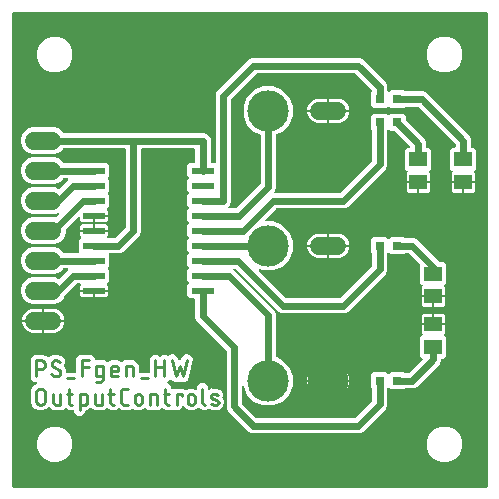
<source format=gbr>
G04 EAGLE Gerber RS-274X export*
G75*
%MOMM*%
%FSLAX34Y34*%
%LPD*%
%INTop Copper*%
%IPPOS*%
%AMOC8*
5,1,8,0,0,1.08239X$1,22.5*%
G01*
G04 Define Apertures*
%ADD10C,0.228600*%
%ADD11R,1.903700X0.601500*%
%ADD12C,1.524000*%
%ADD13R,0.800000X0.800000*%
%ADD14R,1.500000X1.300000*%
%ADD15C,3.500000*%
%ADD16C,0.609600*%
%ADD17C,0.254000*%
G36*
X399535Y60D02*
X399238Y0D01*
X762Y0D01*
X487Y51D01*
X232Y215D01*
X60Y465D01*
X0Y762D01*
X0Y399238D01*
X51Y399513D01*
X215Y399768D01*
X465Y399940D01*
X762Y400000D01*
X399238Y400000D01*
X399513Y399949D01*
X399768Y399785D01*
X399940Y399535D01*
X400000Y399238D01*
X400000Y762D01*
X399949Y487D01*
X399785Y232D01*
X399535Y60D01*
G37*
%LPC*%
G36*
X362016Y350000D02*
X367984Y350000D01*
X373497Y352284D01*
X377716Y356503D01*
X380000Y362016D01*
X380000Y367984D01*
X377716Y373497D01*
X373497Y377716D01*
X367984Y380000D01*
X362016Y380000D01*
X356503Y377716D01*
X352284Y373497D01*
X350000Y367984D01*
X350000Y362016D01*
X352284Y356503D01*
X356503Y352284D01*
X362016Y350000D01*
G37*
G36*
X32016Y350000D02*
X37984Y350000D01*
X43497Y352284D01*
X47716Y356503D01*
X50000Y362016D01*
X50000Y367984D01*
X47716Y373497D01*
X43497Y377716D01*
X37984Y380000D01*
X32016Y380000D01*
X26503Y377716D01*
X22284Y373497D01*
X20000Y367984D01*
X20000Y362016D01*
X22284Y356503D01*
X26503Y352284D01*
X32016Y350000D01*
G37*
G36*
X201898Y44252D02*
X293403Y44252D01*
X295809Y45249D01*
X315551Y64991D01*
X316548Y67398D01*
X316548Y82183D01*
X316604Y82469D01*
X316771Y82721D01*
X316961Y82911D01*
X317192Y83069D01*
X317488Y83135D01*
X317786Y83079D01*
X318039Y82911D01*
X319550Y81400D01*
X330450Y81400D01*
X331179Y82129D01*
X331420Y82292D01*
X331717Y82352D01*
X339003Y82352D01*
X341409Y83349D01*
X361151Y103091D01*
X362148Y105498D01*
X362148Y106738D01*
X362199Y107013D01*
X362363Y107268D01*
X362613Y107440D01*
X362910Y107500D01*
X364550Y107500D01*
X366600Y109550D01*
X366600Y125450D01*
X364910Y127140D01*
X364752Y127371D01*
X364687Y127667D01*
X364742Y127965D01*
X364910Y128218D01*
X365640Y128948D01*
X365640Y135738D01*
X345560Y135738D01*
X345560Y128948D01*
X346290Y128218D01*
X346448Y127987D01*
X346513Y127691D01*
X346458Y127393D01*
X346290Y127140D01*
X344600Y125450D01*
X344600Y109550D01*
X346306Y107844D01*
X346464Y107614D01*
X346529Y107317D01*
X346474Y107019D01*
X346306Y106766D01*
X335211Y95671D01*
X334969Y95508D01*
X334672Y95448D01*
X331717Y95448D01*
X331431Y95504D01*
X331179Y95671D01*
X330450Y96400D01*
X319550Y96400D01*
X318039Y94889D01*
X317808Y94731D01*
X317512Y94665D01*
X317214Y94721D01*
X316961Y94889D01*
X315450Y96400D01*
X304550Y96400D01*
X302500Y94350D01*
X302500Y83450D01*
X303229Y82721D01*
X303392Y82480D01*
X303452Y82183D01*
X303452Y71728D01*
X303396Y71442D01*
X303229Y71189D01*
X289611Y57571D01*
X289369Y57408D01*
X289072Y57348D01*
X206228Y57348D01*
X205942Y57404D01*
X205689Y57571D01*
X193769Y69491D01*
X193607Y69733D01*
X193546Y70030D01*
X193546Y84160D01*
X193591Y84418D01*
X193748Y84677D01*
X193994Y84855D01*
X194290Y84922D01*
X194589Y84869D01*
X194843Y84704D01*
X195012Y84452D01*
X198097Y77004D01*
X204004Y71097D01*
X211723Y67900D01*
X220077Y67900D01*
X227796Y71097D01*
X233703Y77004D01*
X236900Y84723D01*
X236900Y93077D01*
X233703Y100796D01*
X227796Y106703D01*
X222918Y108723D01*
X222680Y108880D01*
X222508Y109130D01*
X222448Y109427D01*
X222448Y145354D01*
X221451Y147760D01*
X186560Y182651D01*
X186407Y182871D01*
X186338Y183166D01*
X186388Y183465D01*
X186552Y183720D01*
X186802Y183892D01*
X187099Y183952D01*
X187472Y183952D01*
X187758Y183896D01*
X188011Y183729D01*
X224891Y146849D01*
X227298Y145852D01*
X280703Y145852D01*
X283109Y146849D01*
X315551Y179291D01*
X316548Y181698D01*
X316548Y196483D01*
X316604Y196769D01*
X316771Y197021D01*
X316961Y197211D01*
X317192Y197369D01*
X317488Y197435D01*
X317786Y197379D01*
X318039Y197211D01*
X319550Y195700D01*
X330450Y195700D01*
X331179Y196429D01*
X331420Y196592D01*
X331717Y196652D01*
X334672Y196652D01*
X334958Y196596D01*
X335211Y196429D01*
X344377Y187263D01*
X344540Y187021D01*
X344600Y186724D01*
X344600Y171550D01*
X346290Y169860D01*
X346448Y169630D01*
X346513Y169333D01*
X346458Y169035D01*
X346290Y168782D01*
X345560Y168052D01*
X345560Y161262D01*
X365640Y161262D01*
X365640Y168052D01*
X364910Y168782D01*
X364752Y169013D01*
X364687Y169309D01*
X364742Y169607D01*
X364910Y169860D01*
X366600Y171550D01*
X366600Y187450D01*
X364550Y189500D01*
X360976Y189500D01*
X360690Y189556D01*
X360437Y189723D01*
X341409Y208751D01*
X339003Y209748D01*
X331717Y209748D01*
X331431Y209804D01*
X331179Y209971D01*
X330450Y210700D01*
X319550Y210700D01*
X318039Y209189D01*
X317808Y209031D01*
X317512Y208965D01*
X317214Y209021D01*
X316961Y209189D01*
X315450Y210700D01*
X304550Y210700D01*
X302500Y208650D01*
X302500Y197750D01*
X303229Y197021D01*
X303392Y196780D01*
X303452Y196483D01*
X303452Y186028D01*
X303396Y185742D01*
X303229Y185489D01*
X276911Y159171D01*
X276669Y159008D01*
X276372Y158948D01*
X231628Y158948D01*
X231342Y159004D01*
X231089Y159171D01*
X208179Y182081D01*
X208029Y182295D01*
X207957Y182589D01*
X208005Y182889D01*
X208167Y183146D01*
X208415Y183319D01*
X208712Y183382D01*
X209010Y183324D01*
X211723Y182200D01*
X220077Y182200D01*
X227796Y185397D01*
X233703Y191304D01*
X236900Y199023D01*
X236900Y207377D01*
X233703Y215096D01*
X227796Y221003D01*
X220077Y224200D01*
X213991Y224200D01*
X213728Y224247D01*
X213469Y224406D01*
X213294Y224654D01*
X213229Y224950D01*
X213285Y225248D01*
X213452Y225501D01*
X222480Y234529D01*
X222722Y234692D01*
X223019Y234752D01*
X280703Y234752D01*
X283109Y235749D01*
X315551Y268191D01*
X316548Y270598D01*
X316548Y300783D01*
X316604Y301069D01*
X316771Y301321D01*
X316961Y301511D01*
X317192Y301669D01*
X317488Y301735D01*
X317786Y301679D01*
X318039Y301511D01*
X319550Y300000D01*
X322924Y300000D01*
X323210Y299944D01*
X323463Y299777D01*
X335739Y287501D01*
X335892Y287281D01*
X335962Y286986D01*
X335911Y286687D01*
X335747Y286432D01*
X335497Y286260D01*
X335200Y286200D01*
X333950Y286200D01*
X331900Y284150D01*
X331900Y268250D01*
X333590Y266560D01*
X333748Y266330D01*
X333813Y266033D01*
X333758Y265735D01*
X333590Y265482D01*
X332860Y264752D01*
X332860Y257962D01*
X352940Y257962D01*
X352940Y264752D01*
X352210Y265482D01*
X352052Y265713D01*
X351987Y266009D01*
X352042Y266307D01*
X352210Y266560D01*
X353900Y268250D01*
X353900Y284150D01*
X351850Y286200D01*
X350210Y286200D01*
X349935Y286251D01*
X349680Y286415D01*
X349508Y286665D01*
X349448Y286962D01*
X349448Y290903D01*
X348451Y293309D01*
X332723Y309037D01*
X332560Y309279D01*
X332500Y309576D01*
X332500Y312950D01*
X330450Y315000D01*
X319550Y315000D01*
X318039Y313489D01*
X317808Y313331D01*
X317512Y313265D01*
X317214Y313321D01*
X316961Y313489D01*
X315450Y315000D01*
X304550Y315000D01*
X302500Y312950D01*
X302500Y302050D01*
X303229Y301321D01*
X303392Y301080D01*
X303452Y300783D01*
X303452Y274928D01*
X303396Y274642D01*
X303229Y274389D01*
X276911Y248071D01*
X276669Y247908D01*
X276372Y247848D01*
X221719Y247848D01*
X221455Y247895D01*
X221197Y248054D01*
X221022Y248302D01*
X220957Y248598D01*
X221012Y248896D01*
X221180Y249149D01*
X221451Y249420D01*
X222448Y251827D01*
X222448Y296973D01*
X222501Y297253D01*
X222667Y297507D01*
X222918Y297677D01*
X227796Y299697D01*
X233703Y305604D01*
X236900Y313323D01*
X236900Y321677D01*
X233703Y329396D01*
X227796Y335303D01*
X220077Y338500D01*
X211723Y338500D01*
X204004Y335303D01*
X198097Y329396D01*
X194900Y321677D01*
X194900Y313323D01*
X198097Y305604D01*
X204004Y299697D01*
X208882Y297677D01*
X209120Y297520D01*
X209292Y297270D01*
X209352Y296973D01*
X209352Y256157D01*
X209296Y255871D01*
X209129Y255618D01*
X188882Y235371D01*
X188640Y235208D01*
X188343Y235148D01*
X182748Y235148D01*
X182485Y235195D01*
X182227Y235354D01*
X182051Y235602D01*
X181986Y235898D01*
X182042Y236196D01*
X182209Y236449D01*
X183351Y237591D01*
X184348Y239998D01*
X184348Y327172D01*
X184404Y327458D01*
X184571Y327711D01*
X205689Y348829D01*
X205931Y348992D01*
X206228Y349052D01*
X289072Y349052D01*
X289358Y348996D01*
X289611Y348829D01*
X303229Y335211D01*
X303392Y334969D01*
X303452Y334672D01*
X303452Y334217D01*
X303396Y333931D01*
X303229Y333679D01*
X302500Y332950D01*
X302500Y322050D01*
X304550Y320000D01*
X315450Y320000D01*
X316961Y321511D01*
X317192Y321669D01*
X317488Y321735D01*
X317786Y321679D01*
X318039Y321511D01*
X319550Y320000D01*
X330450Y320000D01*
X331179Y320729D01*
X331420Y320892D01*
X331717Y320952D01*
X342572Y320952D01*
X342858Y320896D01*
X343111Y320729D01*
X374229Y289611D01*
X374392Y289369D01*
X374452Y289072D01*
X374452Y286962D01*
X374401Y286687D01*
X374237Y286432D01*
X373987Y286260D01*
X373690Y286200D01*
X372050Y286200D01*
X370000Y284150D01*
X370000Y268250D01*
X371690Y266560D01*
X371848Y266330D01*
X371913Y266033D01*
X371858Y265735D01*
X371690Y265482D01*
X370960Y264752D01*
X370960Y257962D01*
X391040Y257962D01*
X391040Y264752D01*
X390310Y265482D01*
X390152Y265713D01*
X390087Y266009D01*
X390142Y266307D01*
X390310Y266560D01*
X392000Y268250D01*
X392000Y284150D01*
X389950Y286200D01*
X388310Y286200D01*
X388035Y286251D01*
X387780Y286415D01*
X387608Y286665D01*
X387548Y286962D01*
X387548Y293403D01*
X386551Y295809D01*
X349309Y333051D01*
X346903Y334048D01*
X331717Y334048D01*
X331431Y334104D01*
X331179Y334271D01*
X330450Y335000D01*
X319550Y335000D01*
X318039Y333489D01*
X317808Y333331D01*
X317512Y333265D01*
X317214Y333321D01*
X316961Y333489D01*
X316771Y333679D01*
X316608Y333920D01*
X316548Y334217D01*
X316548Y339003D01*
X315551Y341409D01*
X295809Y361151D01*
X293403Y362148D01*
X201898Y362148D01*
X199491Y361151D01*
X172249Y333909D01*
X171252Y331503D01*
X171252Y273970D01*
X171201Y273695D01*
X171037Y273439D01*
X170787Y273268D01*
X170490Y273208D01*
X167675Y273208D01*
X167400Y273259D01*
X167145Y273422D01*
X166973Y273672D01*
X166913Y273970D01*
X166913Y293403D01*
X165916Y295809D01*
X164074Y297651D01*
X161668Y298648D01*
X42514Y298648D01*
X42228Y298704D01*
X41975Y298871D01*
X39319Y301527D01*
X35232Y303220D01*
X15568Y303220D01*
X11481Y301527D01*
X8353Y298399D01*
X6660Y294312D01*
X6660Y289888D01*
X8353Y285801D01*
X11481Y282673D01*
X15568Y280980D01*
X35232Y280980D01*
X39319Y282673D01*
X41975Y285329D01*
X42216Y285492D01*
X42514Y285552D01*
X94290Y285552D01*
X94565Y285501D01*
X94820Y285337D01*
X94992Y285087D01*
X95052Y284790D01*
X95052Y218928D01*
X94996Y218642D01*
X94829Y218389D01*
X86411Y209971D01*
X86169Y209808D01*
X85872Y209748D01*
X80041Y209748D01*
X79777Y209795D01*
X79519Y209954D01*
X79344Y210202D01*
X79279Y210498D01*
X79334Y210796D01*
X79502Y211049D01*
X80294Y211840D01*
X80294Y215138D01*
X56177Y215138D01*
X56177Y211840D01*
X57249Y210768D01*
X57407Y210537D01*
X57472Y210241D01*
X57417Y209943D01*
X57249Y209690D01*
X55217Y207657D01*
X55217Y198743D01*
X55610Y198349D01*
X55763Y198129D01*
X55833Y197834D01*
X55782Y197535D01*
X55619Y197280D01*
X55369Y197108D01*
X55072Y197048D01*
X42514Y197048D01*
X42228Y197104D01*
X41975Y197271D01*
X39319Y199927D01*
X35232Y201620D01*
X15568Y201620D01*
X11481Y199927D01*
X8353Y196799D01*
X6660Y192712D01*
X6660Y188288D01*
X8353Y184201D01*
X11481Y181073D01*
X15568Y179380D01*
X35232Y179380D01*
X39319Y181073D01*
X41975Y183729D01*
X42216Y183892D01*
X42514Y183952D01*
X45852Y183952D01*
X46115Y183905D01*
X46373Y183746D01*
X46549Y183498D01*
X46614Y183202D01*
X46558Y182904D01*
X46391Y182651D01*
X38935Y175195D01*
X38699Y175035D01*
X38402Y174972D01*
X38105Y175030D01*
X35232Y176220D01*
X15568Y176220D01*
X11481Y174527D01*
X8353Y171399D01*
X6660Y167312D01*
X6660Y162888D01*
X8353Y158801D01*
X11481Y155673D01*
X15568Y153980D01*
X35232Y153980D01*
X39319Y155673D01*
X42447Y158801D01*
X43369Y161027D01*
X43534Y161274D01*
X53289Y171029D01*
X53531Y171192D01*
X53828Y171252D01*
X56429Y171252D01*
X56693Y171205D01*
X56951Y171046D01*
X57126Y170798D01*
X57191Y170502D01*
X57136Y170204D01*
X56968Y169951D01*
X56177Y169160D01*
X56177Y165862D01*
X80294Y165862D01*
X80294Y169160D01*
X79221Y170232D01*
X79063Y170463D01*
X78998Y170759D01*
X79053Y171057D01*
X79221Y171310D01*
X81254Y173343D01*
X81254Y182257D01*
X79900Y183611D01*
X79742Y183842D01*
X79676Y184138D01*
X79732Y184436D01*
X79900Y184689D01*
X81254Y186043D01*
X81254Y194957D01*
X80860Y195351D01*
X80707Y195571D01*
X80637Y195866D01*
X80688Y196165D01*
X80851Y196420D01*
X81101Y196592D01*
X81398Y196652D01*
X90203Y196652D01*
X92609Y197649D01*
X107151Y212191D01*
X108148Y214598D01*
X108148Y284790D01*
X108199Y285065D01*
X108363Y285320D01*
X108613Y285492D01*
X108910Y285552D01*
X153055Y285552D01*
X153330Y285501D01*
X153585Y285337D01*
X153757Y285087D01*
X153817Y284790D01*
X153817Y273970D01*
X153766Y273695D01*
X153602Y273439D01*
X153352Y273268D01*
X153055Y273208D01*
X149397Y273208D01*
X147347Y271157D01*
X147347Y262243D01*
X148700Y260889D01*
X148858Y260658D01*
X148924Y260362D01*
X148868Y260064D01*
X148700Y259811D01*
X147347Y258457D01*
X147347Y249543D01*
X148700Y248189D01*
X148858Y247958D01*
X148924Y247662D01*
X148868Y247364D01*
X148700Y247111D01*
X147347Y245757D01*
X147347Y236843D01*
X148700Y235489D01*
X148858Y235258D01*
X148924Y234962D01*
X148868Y234664D01*
X148700Y234411D01*
X147347Y233057D01*
X147347Y224143D01*
X148700Y222789D01*
X148858Y222558D01*
X148924Y222262D01*
X148868Y221964D01*
X148700Y221711D01*
X147347Y220357D01*
X147347Y211443D01*
X148700Y210089D01*
X148858Y209858D01*
X148924Y209562D01*
X148868Y209264D01*
X148700Y209011D01*
X147347Y207657D01*
X147347Y198743D01*
X148700Y197389D01*
X148858Y197158D01*
X148924Y196862D01*
X148868Y196564D01*
X148700Y196311D01*
X147347Y194957D01*
X147347Y186043D01*
X148700Y184689D01*
X148858Y184458D01*
X148924Y184162D01*
X148868Y183864D01*
X148700Y183611D01*
X147347Y182257D01*
X147347Y173343D01*
X148700Y171989D01*
X148858Y171758D01*
X148924Y171462D01*
X148868Y171164D01*
X148700Y170911D01*
X147347Y169557D01*
X147347Y160643D01*
X149397Y158593D01*
X153055Y158593D01*
X153330Y158541D01*
X153585Y158378D01*
X153757Y158128D01*
X153817Y157831D01*
X153817Y142343D01*
X154814Y139936D01*
X180227Y114523D01*
X180390Y114282D01*
X180450Y113984D01*
X180450Y65699D01*
X181447Y63293D01*
X199491Y45249D01*
X201898Y44252D01*
G37*
G36*
X267462Y318262D02*
X284480Y318262D01*
X284480Y319521D01*
X282933Y323255D01*
X280075Y326113D01*
X276341Y327660D01*
X267462Y327660D01*
X267462Y318262D01*
G37*
G36*
X248920Y318262D02*
X265938Y318262D01*
X265938Y327660D01*
X257059Y327660D01*
X253325Y326113D01*
X250467Y323255D01*
X248920Y319521D01*
X248920Y318262D01*
G37*
G36*
X257059Y307340D02*
X265938Y307340D01*
X265938Y316738D01*
X248920Y316738D01*
X248920Y315479D01*
X250467Y311745D01*
X253325Y308887D01*
X257059Y307340D01*
G37*
G36*
X267462Y307340D02*
X276341Y307340D01*
X280075Y308887D01*
X282933Y311745D01*
X284480Y315479D01*
X284480Y316738D01*
X267462Y316738D01*
X267462Y307340D01*
G37*
G36*
X15568Y204780D02*
X35232Y204780D01*
X39319Y206473D01*
X42447Y209601D01*
X44140Y213688D01*
X44140Y216715D01*
X44196Y217001D01*
X44363Y217254D01*
X54876Y227767D01*
X55095Y227920D01*
X55390Y227989D01*
X55689Y227939D01*
X55945Y227775D01*
X56116Y227525D01*
X56177Y227228D01*
X56177Y224540D01*
X57664Y223053D01*
X67473Y223053D01*
X67473Y229362D01*
X80294Y229362D01*
X80294Y232660D01*
X79221Y233732D01*
X79063Y233963D01*
X78998Y234259D01*
X79053Y234557D01*
X79221Y234810D01*
X81254Y236843D01*
X81254Y245757D01*
X79900Y247111D01*
X79742Y247342D01*
X79676Y247638D01*
X79732Y247936D01*
X79900Y248189D01*
X81254Y249543D01*
X81254Y258457D01*
X79900Y259811D01*
X79742Y260042D01*
X79676Y260338D01*
X79732Y260636D01*
X79900Y260889D01*
X81254Y262243D01*
X81254Y271157D01*
X79203Y273208D01*
X69787Y273208D01*
X69583Y273248D01*
X42514Y273248D01*
X42228Y273304D01*
X41975Y273471D01*
X39319Y276127D01*
X35232Y277820D01*
X15568Y277820D01*
X11481Y276127D01*
X8353Y272999D01*
X6660Y268912D01*
X6660Y264488D01*
X8353Y260401D01*
X11481Y257273D01*
X15568Y255580D01*
X35232Y255580D01*
X39319Y257273D01*
X41975Y259929D01*
X42216Y260092D01*
X42514Y260152D01*
X45852Y260152D01*
X46115Y260105D01*
X46373Y259946D01*
X46549Y259698D01*
X46614Y259402D01*
X46558Y259104D01*
X46391Y258851D01*
X38935Y251395D01*
X38699Y251235D01*
X38402Y251172D01*
X38105Y251230D01*
X35232Y252420D01*
X15568Y252420D01*
X11481Y250727D01*
X8353Y247599D01*
X6660Y243512D01*
X6660Y239088D01*
X8353Y235001D01*
X11481Y231873D01*
X15568Y230180D01*
X35232Y230180D01*
X37730Y231215D01*
X37985Y231272D01*
X38285Y231226D01*
X38543Y231066D01*
X38718Y230819D01*
X38784Y230523D01*
X38728Y230225D01*
X38560Y229972D01*
X35832Y227243D01*
X35590Y227080D01*
X35293Y227020D01*
X15568Y227020D01*
X11481Y225327D01*
X8353Y222199D01*
X6660Y218112D01*
X6660Y213688D01*
X8353Y209601D01*
X11481Y206473D01*
X15568Y204780D01*
G37*
G36*
X343662Y248160D02*
X351452Y248160D01*
X352940Y249648D01*
X352940Y256438D01*
X343662Y256438D01*
X343662Y248160D01*
G37*
G36*
X372448Y248160D02*
X380238Y248160D01*
X380238Y256438D01*
X370960Y256438D01*
X370960Y249648D01*
X372448Y248160D01*
G37*
G36*
X381762Y248160D02*
X389552Y248160D01*
X391040Y249648D01*
X391040Y256438D01*
X381762Y256438D01*
X381762Y248160D01*
G37*
G36*
X334348Y248160D02*
X342138Y248160D01*
X342138Y256438D01*
X332860Y256438D01*
X332860Y249648D01*
X334348Y248160D01*
G37*
G36*
X68997Y223053D02*
X78806Y223053D01*
X80294Y224540D01*
X80294Y227838D01*
X68997Y227838D01*
X68997Y223053D01*
G37*
G36*
X56177Y216662D02*
X67473Y216662D01*
X67473Y221448D01*
X57664Y221448D01*
X56177Y219960D01*
X56177Y216662D01*
G37*
G36*
X68997Y216662D02*
X80294Y216662D01*
X80294Y219960D01*
X78806Y221448D01*
X68997Y221448D01*
X68997Y216662D01*
G37*
G36*
X248920Y203962D02*
X265938Y203962D01*
X265938Y213360D01*
X257059Y213360D01*
X253325Y211813D01*
X250467Y208955D01*
X248920Y205221D01*
X248920Y203962D01*
G37*
G36*
X267462Y203962D02*
X284480Y203962D01*
X284480Y205221D01*
X282933Y208955D01*
X280075Y211813D01*
X276341Y213360D01*
X267462Y213360D01*
X267462Y203962D01*
G37*
G36*
X267462Y193040D02*
X276341Y193040D01*
X280075Y194587D01*
X282933Y197445D01*
X284480Y201179D01*
X284480Y202438D01*
X267462Y202438D01*
X267462Y193040D01*
G37*
G36*
X257059Y193040D02*
X265938Y193040D01*
X265938Y202438D01*
X248920Y202438D01*
X248920Y201179D01*
X250467Y197445D01*
X253325Y194587D01*
X257059Y193040D01*
G37*
G36*
X68997Y159553D02*
X78806Y159553D01*
X80294Y161040D01*
X80294Y164338D01*
X68997Y164338D01*
X68997Y159553D01*
G37*
G36*
X57664Y159553D02*
X67473Y159553D01*
X67473Y164338D01*
X56177Y164338D01*
X56177Y161040D01*
X57664Y159553D01*
G37*
G36*
X347048Y151460D02*
X354838Y151460D01*
X354838Y159738D01*
X345560Y159738D01*
X345560Y152948D01*
X347048Y151460D01*
G37*
G36*
X356362Y151460D02*
X364152Y151460D01*
X365640Y152948D01*
X365640Y159738D01*
X356362Y159738D01*
X356362Y151460D01*
G37*
G36*
X26162Y140462D02*
X43180Y140462D01*
X43180Y141721D01*
X41633Y145455D01*
X38775Y148313D01*
X35041Y149860D01*
X26162Y149860D01*
X26162Y140462D01*
G37*
G36*
X7620Y140462D02*
X24638Y140462D01*
X24638Y149860D01*
X15759Y149860D01*
X12025Y148313D01*
X9167Y145455D01*
X7620Y141721D01*
X7620Y140462D01*
G37*
G36*
X345560Y137262D02*
X354838Y137262D01*
X354838Y145540D01*
X347048Y145540D01*
X345560Y144052D01*
X345560Y137262D01*
G37*
G36*
X356362Y137262D02*
X365640Y137262D01*
X365640Y144052D01*
X364152Y145540D01*
X356362Y145540D01*
X356362Y137262D01*
G37*
G36*
X15759Y129540D02*
X24638Y129540D01*
X24638Y138938D01*
X7620Y138938D01*
X7620Y137679D01*
X9167Y133945D01*
X12025Y131087D01*
X15759Y129540D01*
G37*
G36*
X26162Y129540D02*
X35041Y129540D01*
X38775Y131087D01*
X41633Y133945D01*
X43180Y137679D01*
X43180Y138938D01*
X26162Y138938D01*
X26162Y129540D01*
G37*
G36*
X54291Y59189D02*
X58137Y59189D01*
X60857Y61909D01*
X60857Y62998D01*
X60908Y63273D01*
X61071Y63528D01*
X61321Y63700D01*
X61619Y63760D01*
X61946Y63760D01*
X61966Y63780D01*
X62124Y63901D01*
X65256Y65710D01*
X65429Y65783D01*
X65731Y65806D01*
X66018Y65710D01*
X69151Y63901D01*
X69308Y63780D01*
X69329Y63760D01*
X76984Y63760D01*
X78580Y65355D01*
X78909Y65549D01*
X79212Y65573D01*
X79499Y65476D01*
X82228Y63901D01*
X82385Y63780D01*
X82406Y63760D01*
X84329Y63760D01*
X84329Y63760D01*
X87014Y63760D01*
X88419Y65166D01*
X88749Y65360D01*
X89052Y65383D01*
X89339Y65287D01*
X91984Y63760D01*
X99015Y63760D01*
X100334Y65079D01*
X100664Y65273D01*
X100967Y65297D01*
X101254Y65200D01*
X103749Y63760D01*
X107870Y63760D01*
X111054Y65598D01*
X111423Y65700D01*
X111721Y65645D01*
X111974Y65477D01*
X113691Y63760D01*
X117537Y63760D01*
X118123Y64346D01*
X118353Y64504D01*
X118649Y64569D01*
X118948Y64513D01*
X119200Y64346D01*
X119786Y63760D01*
X123632Y63760D01*
X125227Y65355D01*
X125557Y65549D01*
X125860Y65573D01*
X126147Y65476D01*
X128876Y63901D01*
X129033Y63780D01*
X129053Y63760D01*
X130976Y63760D01*
X130977Y63760D01*
X133662Y63760D01*
X134380Y64478D01*
X134611Y64636D01*
X134907Y64702D01*
X135205Y64646D01*
X135458Y64478D01*
X136176Y63760D01*
X140022Y63760D01*
X142742Y66480D01*
X142742Y66755D01*
X142760Y66917D01*
X142882Y67194D01*
X143102Y67402D01*
X143387Y67508D01*
X143690Y67494D01*
X143963Y67363D01*
X144164Y67136D01*
X144924Y65821D01*
X148493Y63760D01*
X152614Y63760D01*
X156184Y65821D01*
X156447Y65914D01*
X156750Y65900D01*
X157024Y65769D01*
X157135Y65643D01*
X160398Y63760D01*
X162126Y63760D01*
X165281Y64849D01*
X165487Y64890D01*
X165787Y64846D01*
X165926Y64796D01*
X165926Y64796D01*
X168687Y63802D01*
X171622Y63761D01*
X171622Y63760D01*
X174014Y63726D01*
X177737Y66734D01*
X178676Y71427D01*
X177127Y74285D01*
X177035Y74665D01*
X177102Y74961D01*
X177854Y76631D01*
X176491Y80228D01*
X174737Y81017D01*
X172224Y82149D01*
X169469Y82188D01*
X167230Y82220D01*
X167230Y82220D01*
X167076Y82222D01*
X165852Y81234D01*
X165693Y81134D01*
X165398Y81065D01*
X165099Y81115D01*
X164843Y81279D01*
X164672Y81529D01*
X164611Y81826D01*
X164611Y84040D01*
X161892Y86760D01*
X158045Y86760D01*
X155325Y84040D01*
X155325Y81943D01*
X155235Y81583D01*
X155042Y81350D01*
X154772Y81210D01*
X154470Y81187D01*
X154182Y81283D01*
X152614Y82189D01*
X148493Y82189D01*
X146527Y81054D01*
X146158Y80952D01*
X145860Y81007D01*
X145607Y81175D01*
X144594Y82189D01*
X136176Y82189D01*
X135458Y81470D01*
X135227Y81312D01*
X134931Y81247D01*
X134633Y81303D01*
X134380Y81470D01*
X133557Y82293D01*
X133394Y82535D01*
X133334Y82832D01*
X133334Y84040D01*
X130604Y86770D01*
X130396Y86807D01*
X130138Y86966D01*
X129963Y87214D01*
X129898Y87510D01*
X129953Y87808D01*
X130121Y88061D01*
X132238Y90178D01*
X132588Y90378D01*
X132891Y90393D01*
X133176Y90289D01*
X133397Y90082D01*
X133521Y89805D01*
X133584Y89518D01*
X133944Y89290D01*
X134216Y88988D01*
X134407Y88606D01*
X135600Y88209D01*
X135768Y88129D01*
X136829Y87453D01*
X137245Y87546D01*
X137652Y87525D01*
X138056Y87390D01*
X139181Y87953D01*
X139356Y88015D01*
X140582Y88287D01*
X140912Y88287D01*
X142138Y88015D01*
X142313Y87953D01*
X143438Y87390D01*
X143843Y87525D01*
X144249Y87546D01*
X144665Y87453D01*
X145726Y88129D01*
X145894Y88209D01*
X147087Y88606D01*
X147278Y88988D01*
X147550Y89290D01*
X147910Y89518D01*
X148183Y90746D01*
X148245Y90922D01*
X148808Y92047D01*
X148673Y92451D01*
X148652Y92857D01*
X151792Y106987D01*
X149727Y110232D01*
X145972Y111067D01*
X142727Y109002D01*
X142288Y107025D01*
X142236Y106871D01*
X142057Y106627D01*
X141796Y106471D01*
X141496Y106430D01*
X141203Y106509D01*
X141103Y106559D01*
X140988Y106520D01*
X140807Y106483D01*
X140506Y106520D01*
X140391Y106559D01*
X140291Y106509D01*
X140139Y106452D01*
X139836Y106437D01*
X139552Y106541D01*
X139330Y106748D01*
X139207Y107025D01*
X138767Y109002D01*
X135522Y111067D01*
X131767Y110232D01*
X131725Y110166D01*
X131391Y109878D01*
X131095Y109813D01*
X130796Y109869D01*
X130544Y110036D01*
X129820Y110760D01*
X125973Y110760D01*
X124626Y109413D01*
X124396Y109255D01*
X124099Y109189D01*
X123801Y109245D01*
X123548Y109413D01*
X122201Y110760D01*
X118355Y110760D01*
X115635Y108040D01*
X115635Y96284D01*
X115584Y96010D01*
X115420Y95754D01*
X115170Y95583D01*
X114873Y95522D01*
X106836Y95522D01*
X106561Y95573D01*
X106306Y95737D01*
X106134Y95987D01*
X106074Y96284D01*
X106074Y101183D01*
X106054Y101203D01*
X105933Y101361D01*
X104217Y104332D01*
X101246Y106047D01*
X101088Y106169D01*
X101068Y106189D01*
X93413Y106189D01*
X91695Y104472D01*
X91366Y104278D01*
X91063Y104254D01*
X90776Y104351D01*
X87592Y106189D01*
X83471Y106189D01*
X80224Y104314D01*
X79855Y104212D01*
X79557Y104268D01*
X79304Y104435D01*
X77550Y106189D01*
X69849Y106189D01*
X69780Y106141D01*
X69485Y106071D01*
X69186Y106122D01*
X68931Y106285D01*
X68759Y106535D01*
X68699Y106833D01*
X68699Y108040D01*
X65979Y110760D01*
X56038Y110760D01*
X53318Y108040D01*
X53318Y96284D01*
X53267Y96010D01*
X53103Y95754D01*
X52853Y95583D01*
X52556Y95522D01*
X45242Y95522D01*
X44967Y95573D01*
X44712Y95737D01*
X44540Y95987D01*
X44480Y96284D01*
X44480Y97506D01*
X42478Y101008D01*
X42388Y101266D01*
X42400Y101569D01*
X42530Y101843D01*
X43943Y103727D01*
X43399Y107535D01*
X41861Y108689D01*
X40516Y109697D01*
X37327Y110760D01*
X33586Y110760D01*
X29938Y108654D01*
X29917Y108629D01*
X29647Y108489D01*
X29345Y108466D01*
X29057Y108562D01*
X25251Y110760D01*
X17253Y110760D01*
X14533Y108040D01*
X14533Y90480D01*
X17253Y87760D01*
X19609Y87760D01*
X19771Y87743D01*
X20049Y87621D01*
X20257Y87400D01*
X20362Y87116D01*
X20348Y86813D01*
X20217Y86539D01*
X19990Y86338D01*
X16798Y84495D01*
X14533Y80572D01*
X14533Y69948D01*
X16798Y66025D01*
X20721Y63760D01*
X25251Y63760D01*
X29173Y66025D01*
X29287Y66221D01*
X29545Y66488D01*
X29829Y66593D01*
X30132Y66579D01*
X30406Y66448D01*
X30607Y66221D01*
X30956Y65617D01*
X33927Y63901D01*
X34085Y63780D01*
X34105Y63760D01*
X41760Y63760D01*
X43356Y65355D01*
X43686Y65549D01*
X43988Y65573D01*
X44275Y65476D01*
X47004Y63901D01*
X47162Y63780D01*
X47182Y63760D01*
X49105Y63760D01*
X49105Y63760D01*
X50809Y63760D01*
X51083Y63709D01*
X51339Y63545D01*
X51510Y63295D01*
X51571Y62998D01*
X51571Y61909D01*
X54291Y59189D01*
G37*
G36*
X248920Y89662D02*
X265938Y89662D01*
X265938Y99060D01*
X257059Y99060D01*
X253325Y97513D01*
X250467Y94655D01*
X248920Y90921D01*
X248920Y89662D01*
G37*
G36*
X267462Y89662D02*
X284480Y89662D01*
X284480Y90921D01*
X282933Y94655D01*
X280075Y97513D01*
X276341Y99060D01*
X267462Y99060D01*
X267462Y89662D01*
G37*
G36*
X267462Y78740D02*
X276341Y78740D01*
X280075Y80287D01*
X282933Y83145D01*
X284480Y86879D01*
X284480Y88138D01*
X267462Y88138D01*
X267462Y78740D01*
G37*
G36*
X257059Y78740D02*
X265938Y78740D01*
X265938Y88138D01*
X248920Y88138D01*
X248920Y86879D01*
X250467Y83145D01*
X253325Y80287D01*
X257059Y78740D01*
G37*
G36*
X362016Y20000D02*
X367984Y20000D01*
X373497Y22284D01*
X377716Y26503D01*
X380000Y32016D01*
X380000Y37984D01*
X377716Y43497D01*
X373497Y47716D01*
X367984Y50000D01*
X362016Y50000D01*
X356503Y47716D01*
X352284Y43497D01*
X350000Y37984D01*
X350000Y32016D01*
X352284Y26503D01*
X356503Y22284D01*
X362016Y20000D01*
G37*
G36*
X32016Y20000D02*
X37984Y20000D01*
X43497Y22284D01*
X47716Y26503D01*
X50000Y32016D01*
X50000Y37984D01*
X47716Y43497D01*
X43497Y47716D01*
X37984Y50000D01*
X32016Y50000D01*
X26503Y47716D01*
X22284Y43497D01*
X20000Y37984D01*
X20000Y32016D01*
X22284Y26503D01*
X26503Y22284D01*
X32016Y20000D01*
G37*
%LPD*%
D10*
X19176Y92403D02*
X19176Y106117D01*
X22986Y106117D01*
X23108Y106115D01*
X23230Y106109D01*
X23352Y106099D01*
X23473Y106086D01*
X23594Y106068D01*
X23714Y106047D01*
X23834Y106022D01*
X23952Y105992D01*
X24070Y105960D01*
X24186Y105923D01*
X24301Y105883D01*
X24415Y105839D01*
X24528Y105791D01*
X24639Y105740D01*
X24748Y105685D01*
X24855Y105627D01*
X24961Y105565D01*
X25064Y105500D01*
X25165Y105432D01*
X25264Y105361D01*
X25361Y105286D01*
X25455Y105208D01*
X25547Y105128D01*
X25636Y105044D01*
X25722Y104958D01*
X25806Y104869D01*
X25886Y104777D01*
X25964Y104683D01*
X26039Y104586D01*
X26110Y104487D01*
X26178Y104386D01*
X26243Y104283D01*
X26305Y104177D01*
X26363Y104070D01*
X26418Y103961D01*
X26469Y103850D01*
X26517Y103737D01*
X26561Y103623D01*
X26601Y103508D01*
X26638Y103392D01*
X26670Y103274D01*
X26700Y103156D01*
X26725Y103036D01*
X26746Y102916D01*
X26764Y102795D01*
X26777Y102674D01*
X26787Y102552D01*
X26793Y102430D01*
X26795Y102308D01*
X26793Y102186D01*
X26787Y102064D01*
X26777Y101942D01*
X26764Y101821D01*
X26746Y101700D01*
X26725Y101580D01*
X26700Y101460D01*
X26670Y101342D01*
X26638Y101224D01*
X26601Y101108D01*
X26561Y100993D01*
X26517Y100879D01*
X26469Y100766D01*
X26418Y100655D01*
X26363Y100546D01*
X26305Y100439D01*
X26243Y100333D01*
X26178Y100230D01*
X26110Y100129D01*
X26039Y100030D01*
X25964Y99933D01*
X25886Y99839D01*
X25806Y99747D01*
X25722Y99658D01*
X25636Y99572D01*
X25547Y99488D01*
X25455Y99408D01*
X25361Y99330D01*
X25264Y99255D01*
X25165Y99184D01*
X25064Y99116D01*
X24961Y99051D01*
X24855Y98989D01*
X24748Y98931D01*
X24639Y98876D01*
X24528Y98825D01*
X24415Y98777D01*
X24301Y98733D01*
X24186Y98693D01*
X24070Y98656D01*
X23952Y98624D01*
X23834Y98594D01*
X23714Y98569D01*
X23594Y98548D01*
X23473Y98530D01*
X23352Y98517D01*
X23230Y98507D01*
X23108Y98501D01*
X22986Y98499D01*
X22986Y98498D02*
X19176Y98498D01*
X36789Y92403D02*
X36898Y92405D01*
X37006Y92411D01*
X37115Y92420D01*
X37223Y92434D01*
X37330Y92451D01*
X37437Y92473D01*
X37543Y92498D01*
X37648Y92526D01*
X37752Y92559D01*
X37854Y92595D01*
X37955Y92635D01*
X38055Y92678D01*
X38153Y92725D01*
X38250Y92776D01*
X38344Y92830D01*
X38437Y92887D01*
X38527Y92947D01*
X38616Y93011D01*
X38702Y93078D01*
X38785Y93147D01*
X38866Y93220D01*
X38944Y93296D01*
X39020Y93374D01*
X39093Y93455D01*
X39162Y93538D01*
X39229Y93624D01*
X39293Y93713D01*
X39353Y93803D01*
X39410Y93896D01*
X39464Y93990D01*
X39515Y94087D01*
X39562Y94185D01*
X39605Y94285D01*
X39645Y94386D01*
X39681Y94488D01*
X39714Y94592D01*
X39742Y94697D01*
X39767Y94803D01*
X39789Y94910D01*
X39806Y95017D01*
X39820Y95125D01*
X39829Y95234D01*
X39835Y95342D01*
X39837Y95451D01*
X36789Y92403D02*
X36630Y92405D01*
X36471Y92411D01*
X36313Y92421D01*
X36155Y92434D01*
X35997Y92452D01*
X35839Y92473D01*
X35683Y92499D01*
X35526Y92528D01*
X35371Y92561D01*
X35217Y92598D01*
X35063Y92639D01*
X34910Y92683D01*
X34759Y92731D01*
X34609Y92783D01*
X34460Y92839D01*
X34313Y92898D01*
X34167Y92961D01*
X34023Y93028D01*
X33880Y93098D01*
X33739Y93171D01*
X33600Y93248D01*
X33463Y93328D01*
X33328Y93412D01*
X33195Y93499D01*
X33065Y93590D01*
X32936Y93683D01*
X32810Y93780D01*
X32687Y93879D01*
X32565Y93982D01*
X32447Y94088D01*
X32331Y94196D01*
X32218Y94308D01*
X32598Y103069D02*
X32600Y103178D01*
X32606Y103286D01*
X32615Y103395D01*
X32629Y103503D01*
X32646Y103610D01*
X32668Y103717D01*
X32693Y103823D01*
X32721Y103928D01*
X32754Y104032D01*
X32790Y104134D01*
X32830Y104235D01*
X32873Y104335D01*
X32920Y104433D01*
X32971Y104530D01*
X33025Y104624D01*
X33082Y104717D01*
X33142Y104807D01*
X33206Y104896D01*
X33273Y104982D01*
X33342Y105065D01*
X33415Y105146D01*
X33491Y105224D01*
X33569Y105300D01*
X33650Y105373D01*
X33733Y105442D01*
X33819Y105509D01*
X33908Y105573D01*
X33998Y105633D01*
X34091Y105690D01*
X34185Y105744D01*
X34282Y105795D01*
X34380Y105842D01*
X34480Y105885D01*
X34581Y105925D01*
X34683Y105961D01*
X34787Y105994D01*
X34892Y106022D01*
X34998Y106047D01*
X35105Y106069D01*
X35212Y106086D01*
X35320Y106100D01*
X35429Y106109D01*
X35537Y106115D01*
X35646Y106117D01*
X35793Y106115D01*
X35940Y106109D01*
X36087Y106100D01*
X36233Y106087D01*
X36379Y106070D01*
X36525Y106049D01*
X36670Y106024D01*
X36814Y105996D01*
X36958Y105964D01*
X37101Y105929D01*
X37242Y105889D01*
X37383Y105847D01*
X37523Y105800D01*
X37661Y105750D01*
X37798Y105696D01*
X37933Y105639D01*
X38067Y105579D01*
X38200Y105515D01*
X38330Y105447D01*
X38459Y105376D01*
X38586Y105302D01*
X38712Y105225D01*
X38835Y105145D01*
X38956Y105061D01*
X39074Y104974D01*
X34123Y100403D02*
X34028Y100460D01*
X33936Y100522D01*
X33846Y100586D01*
X33758Y100654D01*
X33673Y100725D01*
X33590Y100799D01*
X33510Y100876D01*
X33433Y100955D01*
X33359Y101037D01*
X33288Y101122D01*
X33220Y101210D01*
X33155Y101299D01*
X33093Y101391D01*
X33035Y101486D01*
X32980Y101582D01*
X32928Y101680D01*
X32880Y101780D01*
X32836Y101881D01*
X32795Y101984D01*
X32758Y102089D01*
X32725Y102195D01*
X32696Y102301D01*
X32670Y102409D01*
X32648Y102518D01*
X32631Y102627D01*
X32617Y102737D01*
X32607Y102848D01*
X32601Y102958D01*
X32599Y103069D01*
X38313Y98117D02*
X38408Y98059D01*
X38500Y97998D01*
X38590Y97934D01*
X38678Y97866D01*
X38763Y97795D01*
X38846Y97721D01*
X38926Y97644D01*
X39003Y97565D01*
X39077Y97483D01*
X39148Y97398D01*
X39216Y97310D01*
X39281Y97221D01*
X39343Y97129D01*
X39401Y97034D01*
X39456Y96938D01*
X39508Y96840D01*
X39556Y96740D01*
X39600Y96639D01*
X39641Y96536D01*
X39678Y96431D01*
X39711Y96325D01*
X39740Y96219D01*
X39766Y96111D01*
X39788Y96002D01*
X39805Y95893D01*
X39819Y95783D01*
X39829Y95672D01*
X39835Y95562D01*
X39837Y95451D01*
X38313Y98117D02*
X34123Y100403D01*
X45356Y90879D02*
X51451Y90879D01*
X57961Y92403D02*
X57961Y106117D01*
X64056Y106117D01*
X64056Y100022D02*
X57961Y100022D01*
X71818Y92403D02*
X75627Y92403D01*
X71818Y92403D02*
X71724Y92405D01*
X71629Y92411D01*
X71535Y92421D01*
X71442Y92434D01*
X71349Y92452D01*
X71257Y92473D01*
X71166Y92498D01*
X71076Y92527D01*
X70987Y92559D01*
X70900Y92596D01*
X70814Y92635D01*
X70730Y92679D01*
X70648Y92725D01*
X70568Y92775D01*
X70490Y92829D01*
X70414Y92885D01*
X70341Y92945D01*
X70270Y93007D01*
X70202Y93073D01*
X70136Y93141D01*
X70074Y93212D01*
X70014Y93285D01*
X69958Y93361D01*
X69904Y93439D01*
X69854Y93519D01*
X69808Y93601D01*
X69764Y93685D01*
X69725Y93771D01*
X69688Y93858D01*
X69656Y93947D01*
X69627Y94037D01*
X69602Y94128D01*
X69581Y94220D01*
X69563Y94313D01*
X69550Y94406D01*
X69540Y94500D01*
X69534Y94595D01*
X69532Y94689D01*
X69532Y99260D01*
X69534Y99354D01*
X69540Y99449D01*
X69550Y99543D01*
X69563Y99636D01*
X69581Y99729D01*
X69602Y99821D01*
X69627Y99912D01*
X69656Y100002D01*
X69688Y100091D01*
X69725Y100178D01*
X69764Y100264D01*
X69808Y100348D01*
X69854Y100430D01*
X69904Y100510D01*
X69958Y100588D01*
X70014Y100664D01*
X70074Y100737D01*
X70136Y100808D01*
X70202Y100876D01*
X70270Y100942D01*
X70341Y101004D01*
X70414Y101064D01*
X70490Y101120D01*
X70568Y101174D01*
X70648Y101224D01*
X70730Y101270D01*
X70814Y101314D01*
X70900Y101353D01*
X70987Y101390D01*
X71076Y101422D01*
X71166Y101451D01*
X71257Y101476D01*
X71349Y101497D01*
X71442Y101515D01*
X71535Y101528D01*
X71629Y101538D01*
X71724Y101544D01*
X71818Y101546D01*
X75627Y101546D01*
X75627Y90117D01*
X75628Y90117D02*
X75626Y90023D01*
X75620Y89928D01*
X75610Y89834D01*
X75597Y89741D01*
X75579Y89648D01*
X75558Y89556D01*
X75533Y89465D01*
X75504Y89375D01*
X75472Y89286D01*
X75435Y89199D01*
X75396Y89113D01*
X75352Y89029D01*
X75306Y88947D01*
X75256Y88867D01*
X75202Y88789D01*
X75146Y88713D01*
X75086Y88640D01*
X75024Y88569D01*
X74958Y88501D01*
X74890Y88435D01*
X74819Y88373D01*
X74746Y88313D01*
X74670Y88257D01*
X74592Y88203D01*
X74512Y88153D01*
X74430Y88107D01*
X74346Y88063D01*
X74260Y88024D01*
X74173Y87987D01*
X74084Y87955D01*
X73994Y87926D01*
X73903Y87901D01*
X73811Y87880D01*
X73718Y87862D01*
X73625Y87849D01*
X73531Y87839D01*
X73436Y87833D01*
X73342Y87831D01*
X73342Y87832D02*
X70294Y87832D01*
X84769Y92403D02*
X88579Y92403D01*
X84769Y92403D02*
X84675Y92405D01*
X84580Y92411D01*
X84486Y92421D01*
X84393Y92434D01*
X84300Y92452D01*
X84208Y92473D01*
X84117Y92498D01*
X84027Y92527D01*
X83938Y92559D01*
X83851Y92596D01*
X83765Y92635D01*
X83681Y92679D01*
X83599Y92725D01*
X83519Y92775D01*
X83441Y92829D01*
X83365Y92885D01*
X83292Y92945D01*
X83221Y93007D01*
X83153Y93073D01*
X83087Y93141D01*
X83025Y93212D01*
X82965Y93285D01*
X82909Y93361D01*
X82855Y93439D01*
X82805Y93519D01*
X82759Y93601D01*
X82715Y93685D01*
X82676Y93771D01*
X82639Y93858D01*
X82607Y93947D01*
X82578Y94037D01*
X82553Y94128D01*
X82532Y94220D01*
X82514Y94313D01*
X82501Y94406D01*
X82491Y94500D01*
X82485Y94595D01*
X82483Y94689D01*
X82484Y94689D02*
X82484Y98498D01*
X82483Y98498D02*
X82485Y98607D01*
X82491Y98715D01*
X82500Y98824D01*
X82514Y98932D01*
X82531Y99039D01*
X82553Y99146D01*
X82578Y99252D01*
X82606Y99357D01*
X82639Y99461D01*
X82675Y99563D01*
X82715Y99664D01*
X82758Y99764D01*
X82805Y99862D01*
X82856Y99959D01*
X82910Y100053D01*
X82967Y100146D01*
X83027Y100236D01*
X83091Y100325D01*
X83158Y100411D01*
X83227Y100494D01*
X83300Y100575D01*
X83376Y100653D01*
X83454Y100729D01*
X83535Y100802D01*
X83618Y100871D01*
X83704Y100938D01*
X83793Y101002D01*
X83883Y101062D01*
X83976Y101119D01*
X84070Y101173D01*
X84167Y101224D01*
X84265Y101271D01*
X84365Y101314D01*
X84466Y101354D01*
X84568Y101390D01*
X84672Y101423D01*
X84777Y101451D01*
X84883Y101476D01*
X84990Y101498D01*
X85097Y101515D01*
X85205Y101529D01*
X85314Y101538D01*
X85422Y101544D01*
X85531Y101546D01*
X85640Y101544D01*
X85748Y101538D01*
X85857Y101529D01*
X85965Y101515D01*
X86072Y101498D01*
X86179Y101476D01*
X86285Y101451D01*
X86390Y101423D01*
X86494Y101390D01*
X86596Y101354D01*
X86697Y101314D01*
X86797Y101271D01*
X86895Y101224D01*
X86992Y101173D01*
X87086Y101119D01*
X87179Y101062D01*
X87269Y101002D01*
X87358Y100938D01*
X87444Y100871D01*
X87527Y100802D01*
X87608Y100729D01*
X87686Y100653D01*
X87762Y100575D01*
X87835Y100494D01*
X87904Y100411D01*
X87971Y100325D01*
X88035Y100236D01*
X88095Y100146D01*
X88152Y100053D01*
X88206Y99959D01*
X88257Y99862D01*
X88304Y99764D01*
X88347Y99664D01*
X88387Y99563D01*
X88423Y99461D01*
X88456Y99357D01*
X88484Y99252D01*
X88509Y99146D01*
X88531Y99039D01*
X88548Y98932D01*
X88562Y98824D01*
X88571Y98715D01*
X88577Y98607D01*
X88579Y98498D01*
X88579Y96974D01*
X82484Y96974D01*
X95336Y92403D02*
X95336Y101546D01*
X99145Y101546D01*
X99239Y101544D01*
X99334Y101538D01*
X99428Y101528D01*
X99521Y101515D01*
X99614Y101497D01*
X99706Y101476D01*
X99797Y101451D01*
X99887Y101422D01*
X99976Y101390D01*
X100063Y101353D01*
X100149Y101314D01*
X100233Y101270D01*
X100315Y101224D01*
X100395Y101174D01*
X100473Y101120D01*
X100549Y101064D01*
X100622Y101004D01*
X100693Y100942D01*
X100761Y100876D01*
X100827Y100808D01*
X100889Y100737D01*
X100949Y100664D01*
X101005Y100588D01*
X101059Y100510D01*
X101109Y100430D01*
X101155Y100348D01*
X101199Y100264D01*
X101238Y100178D01*
X101275Y100091D01*
X101307Y100002D01*
X101336Y99912D01*
X101361Y99821D01*
X101382Y99729D01*
X101400Y99636D01*
X101413Y99543D01*
X101423Y99449D01*
X101429Y99354D01*
X101431Y99260D01*
X101431Y92403D01*
X107712Y90879D02*
X113807Y90879D01*
X120278Y92403D02*
X120278Y106117D01*
X120278Y100022D02*
X127897Y100022D01*
X127897Y106117D02*
X127897Y92403D01*
X137700Y92403D02*
X134652Y106117D01*
X140747Y101546D02*
X137700Y92403D01*
X143795Y92403D02*
X140747Y101546D01*
X146842Y106117D02*
X143795Y92403D01*
X19176Y78308D02*
X19176Y72212D01*
X19177Y78308D02*
X19179Y78430D01*
X19185Y78552D01*
X19195Y78674D01*
X19208Y78795D01*
X19226Y78916D01*
X19247Y79036D01*
X19272Y79156D01*
X19302Y79274D01*
X19334Y79392D01*
X19371Y79508D01*
X19411Y79623D01*
X19455Y79737D01*
X19503Y79850D01*
X19554Y79961D01*
X19609Y80070D01*
X19667Y80177D01*
X19729Y80283D01*
X19794Y80386D01*
X19862Y80487D01*
X19933Y80586D01*
X20008Y80683D01*
X20086Y80777D01*
X20166Y80869D01*
X20250Y80958D01*
X20336Y81044D01*
X20425Y81128D01*
X20517Y81208D01*
X20611Y81286D01*
X20708Y81361D01*
X20807Y81432D01*
X20908Y81500D01*
X21011Y81565D01*
X21117Y81627D01*
X21224Y81685D01*
X21333Y81740D01*
X21444Y81791D01*
X21557Y81839D01*
X21671Y81883D01*
X21786Y81923D01*
X21902Y81960D01*
X22020Y81992D01*
X22138Y82022D01*
X22258Y82047D01*
X22378Y82068D01*
X22499Y82086D01*
X22620Y82099D01*
X22742Y82109D01*
X22864Y82115D01*
X22986Y82117D01*
X23108Y82115D01*
X23230Y82109D01*
X23352Y82099D01*
X23473Y82086D01*
X23594Y82068D01*
X23714Y82047D01*
X23834Y82022D01*
X23952Y81992D01*
X24070Y81960D01*
X24186Y81923D01*
X24301Y81883D01*
X24415Y81839D01*
X24528Y81791D01*
X24639Y81740D01*
X24748Y81685D01*
X24855Y81627D01*
X24961Y81565D01*
X25064Y81500D01*
X25165Y81432D01*
X25264Y81361D01*
X25361Y81286D01*
X25455Y81208D01*
X25547Y81128D01*
X25636Y81044D01*
X25722Y80958D01*
X25806Y80869D01*
X25886Y80777D01*
X25964Y80683D01*
X26039Y80586D01*
X26110Y80487D01*
X26178Y80386D01*
X26243Y80283D01*
X26305Y80177D01*
X26363Y80070D01*
X26418Y79961D01*
X26469Y79850D01*
X26517Y79737D01*
X26561Y79623D01*
X26601Y79508D01*
X26638Y79392D01*
X26670Y79274D01*
X26700Y79156D01*
X26725Y79036D01*
X26746Y78916D01*
X26764Y78795D01*
X26777Y78674D01*
X26787Y78552D01*
X26793Y78430D01*
X26795Y78308D01*
X26795Y72212D01*
X26793Y72090D01*
X26787Y71968D01*
X26777Y71846D01*
X26764Y71725D01*
X26746Y71604D01*
X26725Y71484D01*
X26700Y71364D01*
X26670Y71246D01*
X26638Y71128D01*
X26601Y71012D01*
X26561Y70897D01*
X26517Y70783D01*
X26469Y70670D01*
X26418Y70559D01*
X26363Y70450D01*
X26305Y70343D01*
X26243Y70237D01*
X26178Y70134D01*
X26110Y70033D01*
X26039Y69934D01*
X25964Y69837D01*
X25886Y69743D01*
X25806Y69651D01*
X25722Y69562D01*
X25636Y69476D01*
X25547Y69392D01*
X25455Y69312D01*
X25361Y69234D01*
X25264Y69159D01*
X25165Y69088D01*
X25064Y69020D01*
X24961Y68955D01*
X24855Y68893D01*
X24748Y68835D01*
X24639Y68780D01*
X24528Y68729D01*
X24415Y68681D01*
X24301Y68637D01*
X24186Y68597D01*
X24070Y68560D01*
X23952Y68528D01*
X23834Y68498D01*
X23714Y68473D01*
X23594Y68452D01*
X23473Y68434D01*
X23352Y68421D01*
X23230Y68411D01*
X23108Y68405D01*
X22986Y68403D01*
X22864Y68405D01*
X22742Y68411D01*
X22620Y68421D01*
X22499Y68434D01*
X22378Y68452D01*
X22258Y68473D01*
X22138Y68498D01*
X22020Y68528D01*
X21902Y68560D01*
X21786Y68597D01*
X21671Y68637D01*
X21557Y68681D01*
X21444Y68729D01*
X21333Y68780D01*
X21224Y68835D01*
X21117Y68893D01*
X21011Y68955D01*
X20908Y69020D01*
X20807Y69088D01*
X20708Y69159D01*
X20611Y69234D01*
X20517Y69312D01*
X20425Y69392D01*
X20336Y69476D01*
X20250Y69562D01*
X20166Y69651D01*
X20086Y69743D01*
X20008Y69837D01*
X19933Y69934D01*
X19862Y70033D01*
X19794Y70134D01*
X19729Y70237D01*
X19667Y70343D01*
X19609Y70450D01*
X19554Y70559D01*
X19503Y70670D01*
X19455Y70783D01*
X19411Y70897D01*
X19371Y71012D01*
X19334Y71128D01*
X19302Y71246D01*
X19272Y71364D01*
X19247Y71484D01*
X19226Y71604D01*
X19208Y71725D01*
X19195Y71846D01*
X19185Y71968D01*
X19179Y72090D01*
X19177Y72212D01*
X33742Y70689D02*
X33742Y77546D01*
X33742Y70689D02*
X33744Y70595D01*
X33750Y70500D01*
X33760Y70406D01*
X33773Y70313D01*
X33791Y70220D01*
X33812Y70128D01*
X33837Y70037D01*
X33866Y69947D01*
X33898Y69858D01*
X33935Y69771D01*
X33974Y69685D01*
X34018Y69601D01*
X34064Y69519D01*
X34114Y69439D01*
X34168Y69361D01*
X34224Y69285D01*
X34284Y69212D01*
X34346Y69141D01*
X34412Y69073D01*
X34480Y69007D01*
X34551Y68945D01*
X34624Y68885D01*
X34700Y68829D01*
X34778Y68775D01*
X34858Y68725D01*
X34940Y68679D01*
X35024Y68635D01*
X35110Y68596D01*
X35197Y68559D01*
X35286Y68527D01*
X35376Y68498D01*
X35467Y68473D01*
X35559Y68452D01*
X35652Y68434D01*
X35745Y68421D01*
X35839Y68411D01*
X35934Y68405D01*
X36028Y68403D01*
X39837Y68403D01*
X39837Y77546D01*
X45295Y77546D02*
X49867Y77546D01*
X46819Y82117D02*
X46819Y70689D01*
X46821Y70595D01*
X46827Y70500D01*
X46837Y70406D01*
X46850Y70313D01*
X46868Y70220D01*
X46889Y70128D01*
X46914Y70037D01*
X46943Y69947D01*
X46975Y69858D01*
X47012Y69771D01*
X47051Y69685D01*
X47095Y69601D01*
X47141Y69519D01*
X47191Y69439D01*
X47245Y69361D01*
X47301Y69285D01*
X47361Y69212D01*
X47423Y69141D01*
X47489Y69073D01*
X47557Y69007D01*
X47628Y68945D01*
X47701Y68885D01*
X47777Y68829D01*
X47855Y68775D01*
X47935Y68725D01*
X48017Y68679D01*
X48101Y68635D01*
X48187Y68596D01*
X48274Y68559D01*
X48363Y68527D01*
X48453Y68498D01*
X48544Y68473D01*
X48636Y68452D01*
X48729Y68434D01*
X48822Y68421D01*
X48916Y68411D01*
X49011Y68405D01*
X49105Y68403D01*
X49867Y68403D01*
X56214Y63832D02*
X56214Y77546D01*
X60023Y77546D01*
X60117Y77544D01*
X60212Y77538D01*
X60306Y77528D01*
X60399Y77515D01*
X60492Y77497D01*
X60584Y77476D01*
X60675Y77451D01*
X60765Y77422D01*
X60854Y77390D01*
X60941Y77353D01*
X61027Y77314D01*
X61111Y77270D01*
X61193Y77224D01*
X61273Y77174D01*
X61351Y77120D01*
X61427Y77064D01*
X61500Y77004D01*
X61571Y76942D01*
X61639Y76876D01*
X61705Y76808D01*
X61767Y76737D01*
X61827Y76664D01*
X61883Y76588D01*
X61937Y76510D01*
X61987Y76430D01*
X62033Y76348D01*
X62077Y76264D01*
X62116Y76178D01*
X62153Y76091D01*
X62185Y76002D01*
X62214Y75912D01*
X62239Y75821D01*
X62260Y75729D01*
X62278Y75636D01*
X62291Y75543D01*
X62301Y75449D01*
X62307Y75354D01*
X62309Y75260D01*
X62309Y70689D01*
X62307Y70595D01*
X62301Y70500D01*
X62291Y70406D01*
X62278Y70313D01*
X62260Y70220D01*
X62239Y70128D01*
X62214Y70037D01*
X62185Y69947D01*
X62153Y69858D01*
X62116Y69771D01*
X62077Y69685D01*
X62033Y69601D01*
X61987Y69519D01*
X61937Y69439D01*
X61883Y69361D01*
X61827Y69285D01*
X61767Y69212D01*
X61705Y69141D01*
X61639Y69073D01*
X61571Y69007D01*
X61500Y68945D01*
X61427Y68885D01*
X61351Y68829D01*
X61273Y68775D01*
X61193Y68725D01*
X61111Y68679D01*
X61027Y68635D01*
X60941Y68596D01*
X60854Y68559D01*
X60765Y68527D01*
X60675Y68498D01*
X60584Y68473D01*
X60492Y68452D01*
X60399Y68434D01*
X60306Y68421D01*
X60212Y68411D01*
X60117Y68405D01*
X60023Y68403D01*
X56214Y68403D01*
X68966Y70689D02*
X68966Y77546D01*
X68966Y70689D02*
X68968Y70595D01*
X68974Y70500D01*
X68984Y70406D01*
X68997Y70313D01*
X69015Y70220D01*
X69036Y70128D01*
X69061Y70037D01*
X69090Y69947D01*
X69122Y69858D01*
X69159Y69771D01*
X69198Y69685D01*
X69242Y69601D01*
X69288Y69519D01*
X69338Y69439D01*
X69392Y69361D01*
X69448Y69285D01*
X69508Y69212D01*
X69570Y69141D01*
X69636Y69073D01*
X69704Y69007D01*
X69775Y68945D01*
X69848Y68885D01*
X69924Y68829D01*
X70002Y68775D01*
X70082Y68725D01*
X70164Y68679D01*
X70248Y68635D01*
X70334Y68596D01*
X70421Y68559D01*
X70510Y68527D01*
X70600Y68498D01*
X70691Y68473D01*
X70783Y68452D01*
X70876Y68434D01*
X70969Y68421D01*
X71063Y68411D01*
X71158Y68405D01*
X71252Y68403D01*
X75061Y68403D01*
X75061Y77546D01*
X80519Y77546D02*
X85091Y77546D01*
X82043Y82117D02*
X82043Y70689D01*
X82045Y70595D01*
X82051Y70500D01*
X82061Y70406D01*
X82074Y70313D01*
X82092Y70220D01*
X82113Y70128D01*
X82138Y70037D01*
X82167Y69947D01*
X82199Y69858D01*
X82236Y69771D01*
X82275Y69685D01*
X82319Y69601D01*
X82365Y69519D01*
X82415Y69439D01*
X82469Y69361D01*
X82525Y69285D01*
X82585Y69212D01*
X82647Y69141D01*
X82713Y69073D01*
X82781Y69007D01*
X82852Y68945D01*
X82925Y68885D01*
X83001Y68829D01*
X83079Y68775D01*
X83159Y68725D01*
X83241Y68679D01*
X83325Y68635D01*
X83411Y68596D01*
X83498Y68559D01*
X83587Y68527D01*
X83677Y68498D01*
X83768Y68473D01*
X83860Y68452D01*
X83953Y68434D01*
X84046Y68421D01*
X84140Y68411D01*
X84235Y68405D01*
X84329Y68403D01*
X85091Y68403D01*
X94044Y68403D02*
X97092Y68403D01*
X94044Y68403D02*
X93935Y68405D01*
X93827Y68411D01*
X93718Y68420D01*
X93610Y68434D01*
X93503Y68451D01*
X93396Y68473D01*
X93290Y68498D01*
X93185Y68526D01*
X93081Y68559D01*
X92979Y68595D01*
X92878Y68635D01*
X92778Y68678D01*
X92680Y68725D01*
X92583Y68776D01*
X92489Y68830D01*
X92396Y68887D01*
X92306Y68947D01*
X92217Y69011D01*
X92131Y69078D01*
X92048Y69147D01*
X91967Y69220D01*
X91889Y69296D01*
X91813Y69374D01*
X91740Y69455D01*
X91671Y69538D01*
X91604Y69624D01*
X91540Y69713D01*
X91480Y69803D01*
X91423Y69896D01*
X91369Y69990D01*
X91318Y70087D01*
X91271Y70185D01*
X91228Y70285D01*
X91188Y70386D01*
X91152Y70488D01*
X91119Y70592D01*
X91091Y70697D01*
X91066Y70803D01*
X91044Y70910D01*
X91027Y71017D01*
X91013Y71125D01*
X91004Y71234D01*
X90998Y71342D01*
X90996Y71451D01*
X90997Y71451D02*
X90997Y79069D01*
X90996Y79069D02*
X90998Y79178D01*
X91004Y79286D01*
X91013Y79395D01*
X91027Y79503D01*
X91044Y79610D01*
X91066Y79717D01*
X91091Y79823D01*
X91119Y79928D01*
X91152Y80032D01*
X91188Y80134D01*
X91228Y80235D01*
X91271Y80335D01*
X91318Y80433D01*
X91369Y80530D01*
X91423Y80624D01*
X91480Y80717D01*
X91540Y80807D01*
X91604Y80896D01*
X91671Y80982D01*
X91740Y81065D01*
X91813Y81146D01*
X91889Y81224D01*
X91967Y81300D01*
X92048Y81373D01*
X92131Y81442D01*
X92217Y81509D01*
X92306Y81573D01*
X92396Y81633D01*
X92489Y81690D01*
X92583Y81744D01*
X92680Y81795D01*
X92778Y81842D01*
X92878Y81885D01*
X92979Y81925D01*
X93081Y81961D01*
X93185Y81994D01*
X93290Y82022D01*
X93396Y82047D01*
X93503Y82069D01*
X93610Y82086D01*
X93718Y82100D01*
X93827Y82109D01*
X93935Y82115D01*
X94044Y82117D01*
X97092Y82117D01*
X102762Y74498D02*
X102762Y71451D01*
X102762Y74498D02*
X102764Y74607D01*
X102770Y74715D01*
X102779Y74824D01*
X102793Y74932D01*
X102810Y75039D01*
X102832Y75146D01*
X102857Y75252D01*
X102885Y75357D01*
X102918Y75461D01*
X102954Y75563D01*
X102994Y75664D01*
X103037Y75764D01*
X103084Y75862D01*
X103135Y75959D01*
X103189Y76053D01*
X103246Y76146D01*
X103306Y76236D01*
X103370Y76325D01*
X103437Y76411D01*
X103506Y76494D01*
X103579Y76575D01*
X103655Y76653D01*
X103733Y76729D01*
X103814Y76802D01*
X103897Y76871D01*
X103983Y76938D01*
X104072Y77002D01*
X104162Y77062D01*
X104255Y77119D01*
X104349Y77173D01*
X104446Y77224D01*
X104544Y77271D01*
X104644Y77314D01*
X104745Y77354D01*
X104847Y77390D01*
X104951Y77423D01*
X105056Y77451D01*
X105162Y77476D01*
X105269Y77498D01*
X105376Y77515D01*
X105484Y77529D01*
X105593Y77538D01*
X105701Y77544D01*
X105810Y77546D01*
X105919Y77544D01*
X106027Y77538D01*
X106136Y77529D01*
X106244Y77515D01*
X106351Y77498D01*
X106458Y77476D01*
X106564Y77451D01*
X106669Y77423D01*
X106773Y77390D01*
X106875Y77354D01*
X106976Y77314D01*
X107076Y77271D01*
X107174Y77224D01*
X107271Y77173D01*
X107365Y77119D01*
X107458Y77062D01*
X107548Y77002D01*
X107637Y76938D01*
X107723Y76871D01*
X107806Y76802D01*
X107887Y76729D01*
X107965Y76653D01*
X108041Y76575D01*
X108114Y76494D01*
X108183Y76411D01*
X108250Y76325D01*
X108314Y76236D01*
X108374Y76146D01*
X108431Y76053D01*
X108485Y75959D01*
X108536Y75862D01*
X108583Y75764D01*
X108626Y75664D01*
X108666Y75563D01*
X108702Y75461D01*
X108735Y75357D01*
X108763Y75252D01*
X108788Y75146D01*
X108810Y75039D01*
X108827Y74932D01*
X108841Y74824D01*
X108850Y74715D01*
X108856Y74607D01*
X108858Y74498D01*
X108857Y74498D02*
X108857Y71451D01*
X108858Y71451D02*
X108856Y71342D01*
X108850Y71234D01*
X108841Y71125D01*
X108827Y71017D01*
X108810Y70910D01*
X108788Y70803D01*
X108763Y70697D01*
X108735Y70592D01*
X108702Y70488D01*
X108666Y70386D01*
X108626Y70285D01*
X108583Y70185D01*
X108536Y70087D01*
X108485Y69990D01*
X108431Y69896D01*
X108374Y69803D01*
X108314Y69713D01*
X108250Y69624D01*
X108183Y69538D01*
X108114Y69455D01*
X108041Y69374D01*
X107965Y69296D01*
X107887Y69220D01*
X107806Y69147D01*
X107723Y69078D01*
X107637Y69011D01*
X107548Y68947D01*
X107458Y68887D01*
X107365Y68830D01*
X107271Y68776D01*
X107174Y68725D01*
X107076Y68678D01*
X106976Y68635D01*
X106875Y68595D01*
X106773Y68559D01*
X106669Y68526D01*
X106564Y68498D01*
X106458Y68473D01*
X106351Y68451D01*
X106244Y68434D01*
X106136Y68420D01*
X106027Y68411D01*
X105919Y68405D01*
X105810Y68403D01*
X105701Y68405D01*
X105593Y68411D01*
X105484Y68420D01*
X105376Y68434D01*
X105269Y68451D01*
X105162Y68473D01*
X105056Y68498D01*
X104951Y68526D01*
X104847Y68559D01*
X104745Y68595D01*
X104644Y68635D01*
X104544Y68678D01*
X104446Y68725D01*
X104349Y68776D01*
X104255Y68830D01*
X104162Y68887D01*
X104072Y68947D01*
X103983Y69011D01*
X103897Y69078D01*
X103814Y69147D01*
X103733Y69220D01*
X103655Y69296D01*
X103579Y69374D01*
X103506Y69455D01*
X103437Y69538D01*
X103370Y69624D01*
X103306Y69713D01*
X103246Y69803D01*
X103189Y69896D01*
X103135Y69990D01*
X103084Y70087D01*
X103037Y70185D01*
X102994Y70285D01*
X102954Y70386D01*
X102918Y70488D01*
X102885Y70592D01*
X102857Y70697D01*
X102832Y70803D01*
X102810Y70910D01*
X102793Y71017D01*
X102779Y71125D01*
X102770Y71234D01*
X102764Y71342D01*
X102762Y71451D01*
X115614Y68403D02*
X115614Y77546D01*
X119423Y77546D01*
X119517Y77544D01*
X119612Y77538D01*
X119706Y77528D01*
X119799Y77515D01*
X119892Y77497D01*
X119984Y77476D01*
X120075Y77451D01*
X120165Y77422D01*
X120254Y77390D01*
X120341Y77353D01*
X120427Y77314D01*
X120511Y77270D01*
X120593Y77224D01*
X120673Y77174D01*
X120751Y77120D01*
X120827Y77064D01*
X120900Y77004D01*
X120971Y76942D01*
X121039Y76876D01*
X121105Y76808D01*
X121167Y76737D01*
X121227Y76664D01*
X121283Y76588D01*
X121337Y76510D01*
X121387Y76430D01*
X121433Y76348D01*
X121477Y76264D01*
X121516Y76178D01*
X121553Y76091D01*
X121585Y76002D01*
X121614Y75912D01*
X121639Y75821D01*
X121660Y75729D01*
X121678Y75636D01*
X121691Y75543D01*
X121701Y75449D01*
X121707Y75354D01*
X121709Y75260D01*
X121709Y68403D01*
X127167Y77546D02*
X131738Y77546D01*
X128691Y82117D02*
X128691Y70689D01*
X128693Y70595D01*
X128699Y70500D01*
X128709Y70406D01*
X128722Y70313D01*
X128740Y70220D01*
X128761Y70128D01*
X128786Y70037D01*
X128815Y69947D01*
X128847Y69858D01*
X128884Y69771D01*
X128923Y69685D01*
X128967Y69601D01*
X129013Y69519D01*
X129063Y69439D01*
X129117Y69361D01*
X129173Y69285D01*
X129233Y69212D01*
X129295Y69141D01*
X129361Y69073D01*
X129429Y69007D01*
X129500Y68945D01*
X129573Y68885D01*
X129649Y68829D01*
X129727Y68775D01*
X129807Y68725D01*
X129889Y68679D01*
X129973Y68635D01*
X130059Y68596D01*
X130146Y68559D01*
X130235Y68527D01*
X130325Y68498D01*
X130416Y68473D01*
X130508Y68452D01*
X130601Y68434D01*
X130694Y68421D01*
X130788Y68411D01*
X130883Y68405D01*
X130977Y68403D01*
X131738Y68403D01*
X138099Y68403D02*
X138099Y77546D01*
X142671Y77546D01*
X142671Y76022D01*
X147506Y74498D02*
X147506Y71451D01*
X147505Y74498D02*
X147507Y74607D01*
X147513Y74715D01*
X147522Y74824D01*
X147536Y74932D01*
X147553Y75039D01*
X147575Y75146D01*
X147600Y75252D01*
X147628Y75357D01*
X147661Y75461D01*
X147697Y75563D01*
X147737Y75664D01*
X147780Y75764D01*
X147827Y75862D01*
X147878Y75959D01*
X147932Y76053D01*
X147989Y76146D01*
X148049Y76236D01*
X148113Y76325D01*
X148180Y76411D01*
X148249Y76494D01*
X148322Y76575D01*
X148398Y76653D01*
X148476Y76729D01*
X148557Y76802D01*
X148640Y76871D01*
X148726Y76938D01*
X148815Y77002D01*
X148905Y77062D01*
X148998Y77119D01*
X149092Y77173D01*
X149189Y77224D01*
X149287Y77271D01*
X149387Y77314D01*
X149488Y77354D01*
X149590Y77390D01*
X149694Y77423D01*
X149799Y77451D01*
X149905Y77476D01*
X150012Y77498D01*
X150119Y77515D01*
X150227Y77529D01*
X150336Y77538D01*
X150444Y77544D01*
X150553Y77546D01*
X150662Y77544D01*
X150770Y77538D01*
X150879Y77529D01*
X150987Y77515D01*
X151094Y77498D01*
X151201Y77476D01*
X151307Y77451D01*
X151412Y77423D01*
X151516Y77390D01*
X151618Y77354D01*
X151719Y77314D01*
X151819Y77271D01*
X151917Y77224D01*
X152014Y77173D01*
X152108Y77119D01*
X152201Y77062D01*
X152291Y77002D01*
X152380Y76938D01*
X152466Y76871D01*
X152549Y76802D01*
X152630Y76729D01*
X152708Y76653D01*
X152784Y76575D01*
X152857Y76494D01*
X152926Y76411D01*
X152993Y76325D01*
X153057Y76236D01*
X153117Y76146D01*
X153174Y76053D01*
X153228Y75959D01*
X153279Y75862D01*
X153326Y75764D01*
X153369Y75664D01*
X153409Y75563D01*
X153445Y75461D01*
X153478Y75357D01*
X153506Y75252D01*
X153531Y75146D01*
X153553Y75039D01*
X153570Y74932D01*
X153584Y74824D01*
X153593Y74715D01*
X153599Y74607D01*
X153601Y74498D01*
X153601Y71451D01*
X153599Y71342D01*
X153593Y71234D01*
X153584Y71125D01*
X153570Y71017D01*
X153553Y70910D01*
X153531Y70803D01*
X153506Y70697D01*
X153478Y70592D01*
X153445Y70488D01*
X153409Y70386D01*
X153369Y70285D01*
X153326Y70185D01*
X153279Y70087D01*
X153228Y69990D01*
X153174Y69896D01*
X153117Y69803D01*
X153057Y69713D01*
X152993Y69624D01*
X152926Y69538D01*
X152857Y69455D01*
X152784Y69374D01*
X152708Y69296D01*
X152630Y69220D01*
X152549Y69147D01*
X152466Y69078D01*
X152380Y69011D01*
X152291Y68947D01*
X152201Y68887D01*
X152108Y68830D01*
X152014Y68776D01*
X151917Y68725D01*
X151819Y68678D01*
X151719Y68635D01*
X151618Y68595D01*
X151516Y68559D01*
X151412Y68526D01*
X151307Y68498D01*
X151201Y68473D01*
X151094Y68451D01*
X150987Y68434D01*
X150879Y68420D01*
X150770Y68411D01*
X150662Y68405D01*
X150553Y68403D01*
X150444Y68405D01*
X150336Y68411D01*
X150227Y68420D01*
X150119Y68434D01*
X150012Y68451D01*
X149905Y68473D01*
X149799Y68498D01*
X149694Y68526D01*
X149590Y68559D01*
X149488Y68595D01*
X149387Y68635D01*
X149287Y68678D01*
X149189Y68725D01*
X149092Y68776D01*
X148998Y68830D01*
X148905Y68887D01*
X148815Y68947D01*
X148726Y69011D01*
X148640Y69078D01*
X148557Y69147D01*
X148476Y69220D01*
X148398Y69296D01*
X148322Y69374D01*
X148249Y69455D01*
X148180Y69538D01*
X148113Y69624D01*
X148049Y69713D01*
X147989Y69803D01*
X147932Y69896D01*
X147878Y69990D01*
X147827Y70087D01*
X147780Y70185D01*
X147737Y70285D01*
X147697Y70386D01*
X147661Y70488D01*
X147628Y70592D01*
X147600Y70697D01*
X147575Y70803D01*
X147553Y70910D01*
X147536Y71017D01*
X147522Y71125D01*
X147513Y71234D01*
X147507Y71342D01*
X147505Y71451D01*
X159968Y70689D02*
X159968Y82117D01*
X159968Y70689D02*
X159970Y70595D01*
X159976Y70500D01*
X159986Y70406D01*
X159999Y70313D01*
X160017Y70220D01*
X160038Y70128D01*
X160063Y70037D01*
X160092Y69947D01*
X160124Y69858D01*
X160161Y69771D01*
X160200Y69685D01*
X160244Y69601D01*
X160290Y69519D01*
X160340Y69439D01*
X160394Y69361D01*
X160450Y69285D01*
X160510Y69212D01*
X160572Y69141D01*
X160638Y69073D01*
X160706Y69007D01*
X160777Y68945D01*
X160850Y68885D01*
X160926Y68829D01*
X161004Y68775D01*
X161084Y68725D01*
X161166Y68679D01*
X161250Y68635D01*
X161336Y68596D01*
X161423Y68559D01*
X161512Y68527D01*
X161602Y68498D01*
X161693Y68473D01*
X161785Y68452D01*
X161878Y68434D01*
X161971Y68421D01*
X162065Y68411D01*
X162160Y68405D01*
X162254Y68403D01*
X168641Y73736D02*
X172450Y72212D01*
X168641Y73736D02*
X168559Y73771D01*
X168479Y73809D01*
X168402Y73851D01*
X168326Y73896D01*
X168252Y73945D01*
X168180Y73997D01*
X168111Y74052D01*
X168044Y74110D01*
X167980Y74171D01*
X167919Y74234D01*
X167861Y74301D01*
X167805Y74370D01*
X167753Y74441D01*
X167704Y74515D01*
X167659Y74591D01*
X167617Y74668D01*
X167578Y74748D01*
X167543Y74829D01*
X167512Y74912D01*
X167484Y74996D01*
X167461Y75081D01*
X167441Y75167D01*
X167424Y75254D01*
X167412Y75342D01*
X167404Y75430D01*
X167400Y75518D01*
X167399Y75606D01*
X167403Y75695D01*
X167410Y75783D01*
X167422Y75870D01*
X167437Y75957D01*
X167457Y76044D01*
X167480Y76129D01*
X167507Y76213D01*
X167537Y76296D01*
X167572Y76378D01*
X167610Y76457D01*
X167651Y76535D01*
X167696Y76612D01*
X167744Y76686D01*
X167796Y76757D01*
X167851Y76827D01*
X167908Y76894D01*
X167969Y76958D01*
X168033Y77020D01*
X168099Y77078D01*
X168168Y77134D01*
X168239Y77186D01*
X168312Y77235D01*
X168388Y77281D01*
X168465Y77324D01*
X168545Y77362D01*
X168626Y77398D01*
X168708Y77429D01*
X168792Y77457D01*
X168877Y77481D01*
X168963Y77502D01*
X169050Y77518D01*
X169138Y77531D01*
X169226Y77539D01*
X169314Y77544D01*
X169402Y77545D01*
X169403Y77546D02*
X169611Y77541D01*
X169819Y77530D01*
X170026Y77515D01*
X170233Y77494D01*
X170440Y77469D01*
X170645Y77438D01*
X170850Y77403D01*
X171054Y77363D01*
X171258Y77318D01*
X171460Y77268D01*
X171660Y77213D01*
X171860Y77153D01*
X172057Y77089D01*
X172254Y77020D01*
X172448Y76946D01*
X172641Y76867D01*
X172831Y76784D01*
X172449Y72212D02*
X172531Y72177D01*
X172610Y72139D01*
X172688Y72097D01*
X172764Y72052D01*
X172838Y72003D01*
X172910Y71951D01*
X172979Y71896D01*
X173046Y71838D01*
X173110Y71777D01*
X173171Y71714D01*
X173229Y71647D01*
X173285Y71578D01*
X173337Y71507D01*
X173386Y71433D01*
X173431Y71357D01*
X173473Y71280D01*
X173512Y71200D01*
X173547Y71119D01*
X173578Y71036D01*
X173606Y70952D01*
X173629Y70867D01*
X173649Y70781D01*
X173666Y70694D01*
X173678Y70606D01*
X173686Y70518D01*
X173690Y70430D01*
X173691Y70342D01*
X173687Y70253D01*
X173680Y70165D01*
X173668Y70078D01*
X173653Y69991D01*
X173633Y69904D01*
X173610Y69819D01*
X173583Y69735D01*
X173553Y69652D01*
X173518Y69570D01*
X173480Y69491D01*
X173439Y69413D01*
X173394Y69336D01*
X173346Y69262D01*
X173294Y69191D01*
X173239Y69121D01*
X173182Y69054D01*
X173121Y68990D01*
X173057Y68928D01*
X172991Y68870D01*
X172922Y68814D01*
X172851Y68762D01*
X172778Y68713D01*
X172702Y68667D01*
X172625Y68624D01*
X172545Y68586D01*
X172464Y68550D01*
X172382Y68519D01*
X172298Y68491D01*
X172213Y68467D01*
X172127Y68446D01*
X172040Y68430D01*
X171952Y68417D01*
X171864Y68409D01*
X171776Y68404D01*
X171688Y68403D01*
X171383Y68411D01*
X171078Y68427D01*
X170773Y68449D01*
X170469Y68479D01*
X170165Y68515D01*
X169863Y68559D01*
X169561Y68610D01*
X169261Y68669D01*
X168963Y68734D01*
X168666Y68806D01*
X168371Y68886D01*
X168078Y68972D01*
X167787Y69065D01*
X167498Y69165D01*
D11*
X68235Y266700D03*
X68235Y254000D03*
X68235Y241300D03*
X68235Y228600D03*
X68235Y215900D03*
X68235Y203200D03*
X68235Y190500D03*
X68235Y177800D03*
X68235Y165100D03*
X160365Y165100D03*
X160365Y177800D03*
X160365Y190500D03*
X160365Y203200D03*
X160365Y215900D03*
X160365Y228600D03*
X160365Y241300D03*
X160365Y254000D03*
X160365Y266700D03*
D12*
X208280Y88900D02*
X223520Y88900D01*
X259080Y88900D02*
X274320Y88900D01*
X223520Y203200D02*
X208280Y203200D01*
X259080Y203200D02*
X274320Y203200D01*
X223520Y317500D02*
X208280Y317500D01*
X259080Y317500D02*
X274320Y317500D01*
D13*
X325000Y88900D03*
X310000Y88900D03*
X325000Y203200D03*
X310000Y203200D03*
X325000Y307500D03*
X310000Y307500D03*
D14*
X355600Y117500D03*
X355600Y136500D03*
X355600Y179500D03*
X355600Y160500D03*
X342900Y276200D03*
X342900Y257200D03*
D12*
X33020Y292100D02*
X17780Y292100D01*
X17780Y266700D02*
X33020Y266700D01*
X33020Y241300D02*
X17780Y241300D01*
X17780Y215900D02*
X33020Y215900D01*
X33020Y190500D02*
X17780Y190500D01*
X17780Y165100D02*
X33020Y165100D01*
X33020Y139700D02*
X17780Y139700D01*
D13*
X325000Y327500D03*
X310000Y327500D03*
D14*
X381000Y276200D03*
X381000Y257200D03*
D15*
X266700Y88900D03*
D16*
X355600Y106800D02*
X355600Y117500D01*
X355600Y106800D02*
X337700Y88900D01*
X325000Y88900D01*
X355600Y179500D02*
X355600Y185300D01*
X337700Y203200D01*
X325000Y203200D01*
X342900Y289600D02*
X325000Y307500D01*
X342900Y289600D02*
X342900Y276200D01*
X68235Y266700D02*
X25400Y266700D01*
X50800Y254000D02*
X68235Y254000D01*
X38100Y241300D02*
X25400Y241300D01*
X38100Y241300D02*
X50800Y254000D01*
X59149Y241300D02*
X33749Y215900D01*
X25400Y215900D01*
X59149Y241300D02*
X68235Y241300D01*
X68235Y190500D02*
X25400Y190500D01*
X50800Y177800D02*
X68235Y177800D01*
X50800Y177800D02*
X38100Y165100D01*
X25400Y165100D01*
X127000Y292100D02*
X152400Y292100D01*
X160365Y292100D01*
X160365Y266700D01*
X88900Y203200D02*
X68235Y203200D01*
X88900Y203200D02*
X101600Y215900D01*
X101600Y292100D01*
X25400Y292100D01*
X101600Y292100D02*
X127000Y292100D01*
X325000Y327500D02*
X345600Y327500D01*
X381000Y292100D01*
X381000Y276200D01*
X292100Y50800D02*
X203200Y50800D01*
X292100Y50800D02*
X310000Y68700D01*
X310000Y88900D01*
X160365Y143645D02*
X160365Y165100D01*
X186998Y117012D02*
X186998Y67002D01*
X203200Y50800D01*
X186998Y117012D02*
X160365Y143645D01*
D15*
X215900Y88900D03*
D16*
X182151Y177800D02*
X160365Y177800D01*
X215900Y144051D02*
X215900Y88900D01*
X215900Y144051D02*
X182151Y177800D01*
X190500Y190500D02*
X160365Y190500D01*
X190500Y190500D02*
X203200Y177800D01*
X228600Y152400D01*
X266700Y152400D01*
X279400Y152400D01*
X304800Y177800D01*
X310000Y183000D01*
X310000Y203200D01*
X215900Y203200D02*
X160365Y203200D01*
D15*
X215900Y203200D03*
D16*
X279400Y241300D02*
X310000Y271900D01*
X310000Y307500D01*
X194591Y215900D02*
X160365Y215900D01*
X194591Y215900D02*
X219991Y241300D01*
X279400Y241300D01*
X191371Y228600D02*
X160365Y228600D01*
X191371Y228600D02*
X215900Y253129D01*
X215900Y317500D01*
D15*
X215900Y317500D03*
D16*
X177800Y241300D02*
X160365Y241300D01*
X177800Y241300D02*
X177800Y330200D01*
X203200Y355600D01*
X292100Y355600D01*
X310000Y337700D01*
X310000Y327500D01*
D17*
X0Y0D02*
X400000Y0D01*
X400000Y400000D01*
X0Y400000D01*
X0Y0D01*
M02*

</source>
